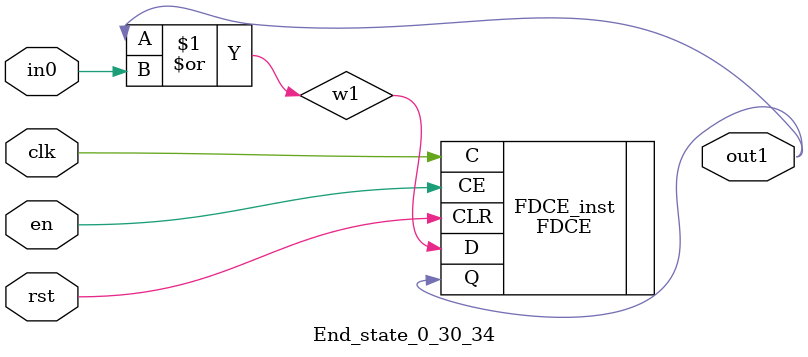
<source format=v>
module engine_0_30(out,clk,sod,en, in_70, in_71, in_72, in_73, in_74, in_75, in_76, in_77, in_78, in_79, in_80, in_81, in_13, in_20, in_33, in_49, in_51, in_57);
//pcre: /id=\d+&count=\d+_\d+&TType=\d+&Enc=\d+&Hst=/P
//block char: d[0], c[0], o[0], u[0], n[0], t[0], _[0], y[0], p[0], e[0], H[0], s[0], \d[5], =[0], \x69[8], E[0], T[0], \x26[8], 

	input clk,sod,en;

	input in_70, in_71, in_72, in_73, in_74, in_75, in_76, in_77, in_78, in_79, in_80, in_81, in_13, in_20, in_33, in_49, in_51, in_57;
	output out;

	assign w0 = 1'b1;
	state_0_30_1 BlockState_0_30_1 (w1,in_33,clk,en,sod,w0);
	state_0_30_2 BlockState_0_30_2 (w2,in_70,clk,en,sod,w1);
	state_0_30_3 BlockState_0_30_3 (w3,in_20,clk,en,sod,w2);
	state_0_30_4 BlockState_0_30_4 (w4,in_13,clk,en,sod,w4,w3);
	state_0_30_5 BlockState_0_30_5 (w5,in_57,clk,en,sod,w4);
	state_0_30_6 BlockState_0_30_6 (w6,in_71,clk,en,sod,w5);
	state_0_30_7 BlockState_0_30_7 (w7,in_72,clk,en,sod,w6);
	state_0_30_8 BlockState_0_30_8 (w8,in_73,clk,en,sod,w7);
	state_0_30_9 BlockState_0_30_9 (w9,in_74,clk,en,sod,w8);
	state_0_30_10 BlockState_0_30_10 (w10,in_75,clk,en,sod,w9);
	state_0_30_11 BlockState_0_30_11 (w11,in_20,clk,en,sod,w10);
	state_0_30_12 BlockState_0_30_12 (w12,in_13,clk,en,sod,w12,w11);
	state_0_30_13 BlockState_0_30_13 (w13,in_76,clk,en,sod,w12);
	state_0_30_14 BlockState_0_30_14 (w14,in_13,clk,en,sod,w14,w13);
	state_0_30_15 BlockState_0_30_15 (w15,in_57,clk,en,sod,w14);
	state_0_30_16 BlockState_0_30_16 (w16,in_51,clk,en,sod,w15);
	state_0_30_17 BlockState_0_30_17 (w17,in_51,clk,en,sod,w16);
	state_0_30_18 BlockState_0_30_18 (w18,in_77,clk,en,sod,w17);
	state_0_30_19 BlockState_0_30_19 (w19,in_78,clk,en,sod,w18);
	state_0_30_20 BlockState_0_30_20 (w20,in_79,clk,en,sod,w19);
	state_0_30_21 BlockState_0_30_21 (w21,in_20,clk,en,sod,w20);
	state_0_30_22 BlockState_0_30_22 (w22,in_13,clk,en,sod,w22,w21);
	state_0_30_23 BlockState_0_30_23 (w23,in_57,clk,en,sod,w22);
	state_0_30_24 BlockState_0_30_24 (w24,in_49,clk,en,sod,w23);
	state_0_30_25 BlockState_0_30_25 (w25,in_74,clk,en,sod,w24);
	state_0_30_26 BlockState_0_30_26 (w26,in_71,clk,en,sod,w25);
	state_0_30_27 BlockState_0_30_27 (w27,in_20,clk,en,sod,w26);
	state_0_30_28 BlockState_0_30_28 (w28,in_13,clk,en,sod,w28,w27);
	state_0_30_29 BlockState_0_30_29 (w29,in_57,clk,en,sod,w28);
	state_0_30_30 BlockState_0_30_30 (w30,in_80,clk,en,sod,w29);
	state_0_30_31 BlockState_0_30_31 (w31,in_81,clk,en,sod,w30);
	state_0_30_32 BlockState_0_30_32 (w32,in_75,clk,en,sod,w31);
	state_0_30_33 BlockState_0_30_33 (w33,in_20,clk,en,sod,w32);
	End_state_0_30_34 BlockState_0_30_34 (out,clk,en,sod,w33);
endmodule

module state_0_30_1(out1,in_char,clk,en,rst,in0);
	input in_char,clk,en,rst,in0;
	output out1;
	wire w1,w2;
	assign w1 = in0; 
	and(w2,in_char,w1);
	FDCE #(.INIT(1'b0)) FDCE_inst (
		.Q(out1),
		.C(clk),
		.CE(en),
		.CLR(rst),
		.D(w2)
);
endmodule

module state_0_30_2(out1,in_char,clk,en,rst,in0);
	input in_char,clk,en,rst,in0;
	output out1;
	wire w1,w2;
	assign w1 = in0; 
	and(w2,in_char,w1);
	FDCE #(.INIT(1'b0)) FDCE_inst (
		.Q(out1),
		.C(clk),
		.CE(en),
		.CLR(rst),
		.D(w2)
);
endmodule

module state_0_30_3(out1,in_char,clk,en,rst,in0);
	input in_char,clk,en,rst,in0;
	output out1;
	wire w1,w2;
	assign w1 = in0; 
	and(w2,in_char,w1);
	FDCE #(.INIT(1'b0)) FDCE_inst (
		.Q(out1),
		.C(clk),
		.CE(en),
		.CLR(rst),
		.D(w2)
);
endmodule

module state_0_30_4(out1,in_char,clk,en,rst,in0,in1);
	input in_char,clk,en,rst,in0,in1;
	output out1;
	wire w1,w2;
	or(w1,in0,in1);
	and(w2,in_char,w1);
	FDCE #(.INIT(1'b0)) FDCE_inst (
		.Q(out1),
		.C(clk),
		.CE(en),
		.CLR(rst),
		.D(w2)
);
endmodule

module state_0_30_5(out1,in_char,clk,en,rst,in0);
	input in_char,clk,en,rst,in0;
	output out1;
	wire w1,w2;
	assign w1 = in0; 
	and(w2,in_char,w1);
	FDCE #(.INIT(1'b0)) FDCE_inst (
		.Q(out1),
		.C(clk),
		.CE(en),
		.CLR(rst),
		.D(w2)
);
endmodule

module state_0_30_6(out1,in_char,clk,en,rst,in0);
	input in_char,clk,en,rst,in0;
	output out1;
	wire w1,w2;
	assign w1 = in0; 
	and(w2,in_char,w1);
	FDCE #(.INIT(1'b0)) FDCE_inst (
		.Q(out1),
		.C(clk),
		.CE(en),
		.CLR(rst),
		.D(w2)
);
endmodule

module state_0_30_7(out1,in_char,clk,en,rst,in0);
	input in_char,clk,en,rst,in0;
	output out1;
	wire w1,w2;
	assign w1 = in0; 
	and(w2,in_char,w1);
	FDCE #(.INIT(1'b0)) FDCE_inst (
		.Q(out1),
		.C(clk),
		.CE(en),
		.CLR(rst),
		.D(w2)
);
endmodule

module state_0_30_8(out1,in_char,clk,en,rst,in0);
	input in_char,clk,en,rst,in0;
	output out1;
	wire w1,w2;
	assign w1 = in0; 
	and(w2,in_char,w1);
	FDCE #(.INIT(1'b0)) FDCE_inst (
		.Q(out1),
		.C(clk),
		.CE(en),
		.CLR(rst),
		.D(w2)
);
endmodule

module state_0_30_9(out1,in_char,clk,en,rst,in0);
	input in_char,clk,en,rst,in0;
	output out1;
	wire w1,w2;
	assign w1 = in0; 
	and(w2,in_char,w1);
	FDCE #(.INIT(1'b0)) FDCE_inst (
		.Q(out1),
		.C(clk),
		.CE(en),
		.CLR(rst),
		.D(w2)
);
endmodule

module state_0_30_10(out1,in_char,clk,en,rst,in0);
	input in_char,clk,en,rst,in0;
	output out1;
	wire w1,w2;
	assign w1 = in0; 
	and(w2,in_char,w1);
	FDCE #(.INIT(1'b0)) FDCE_inst (
		.Q(out1),
		.C(clk),
		.CE(en),
		.CLR(rst),
		.D(w2)
);
endmodule

module state_0_30_11(out1,in_char,clk,en,rst,in0);
	input in_char,clk,en,rst,in0;
	output out1;
	wire w1,w2;
	assign w1 = in0; 
	and(w2,in_char,w1);
	FDCE #(.INIT(1'b0)) FDCE_inst (
		.Q(out1),
		.C(clk),
		.CE(en),
		.CLR(rst),
		.D(w2)
);
endmodule

module state_0_30_12(out1,in_char,clk,en,rst,in0,in1);
	input in_char,clk,en,rst,in0,in1;
	output out1;
	wire w1,w2;
	or(w1,in0,in1);
	and(w2,in_char,w1);
	FDCE #(.INIT(1'b0)) FDCE_inst (
		.Q(out1),
		.C(clk),
		.CE(en),
		.CLR(rst),
		.D(w2)
);
endmodule

module state_0_30_13(out1,in_char,clk,en,rst,in0);
	input in_char,clk,en,rst,in0;
	output out1;
	wire w1,w2;
	assign w1 = in0; 
	and(w2,in_char,w1);
	FDCE #(.INIT(1'b0)) FDCE_inst (
		.Q(out1),
		.C(clk),
		.CE(en),
		.CLR(rst),
		.D(w2)
);
endmodule

module state_0_30_14(out1,in_char,clk,en,rst,in0,in1);
	input in_char,clk,en,rst,in0,in1;
	output out1;
	wire w1,w2;
	or(w1,in0,in1);
	and(w2,in_char,w1);
	FDCE #(.INIT(1'b0)) FDCE_inst (
		.Q(out1),
		.C(clk),
		.CE(en),
		.CLR(rst),
		.D(w2)
);
endmodule

module state_0_30_15(out1,in_char,clk,en,rst,in0);
	input in_char,clk,en,rst,in0;
	output out1;
	wire w1,w2;
	assign w1 = in0; 
	and(w2,in_char,w1);
	FDCE #(.INIT(1'b0)) FDCE_inst (
		.Q(out1),
		.C(clk),
		.CE(en),
		.CLR(rst),
		.D(w2)
);
endmodule

module state_0_30_16(out1,in_char,clk,en,rst,in0);
	input in_char,clk,en,rst,in0;
	output out1;
	wire w1,w2;
	assign w1 = in0; 
	and(w2,in_char,w1);
	FDCE #(.INIT(1'b0)) FDCE_inst (
		.Q(out1),
		.C(clk),
		.CE(en),
		.CLR(rst),
		.D(w2)
);
endmodule

module state_0_30_17(out1,in_char,clk,en,rst,in0);
	input in_char,clk,en,rst,in0;
	output out1;
	wire w1,w2;
	assign w1 = in0; 
	and(w2,in_char,w1);
	FDCE #(.INIT(1'b0)) FDCE_inst (
		.Q(out1),
		.C(clk),
		.CE(en),
		.CLR(rst),
		.D(w2)
);
endmodule

module state_0_30_18(out1,in_char,clk,en,rst,in0);
	input in_char,clk,en,rst,in0;
	output out1;
	wire w1,w2;
	assign w1 = in0; 
	and(w2,in_char,w1);
	FDCE #(.INIT(1'b0)) FDCE_inst (
		.Q(out1),
		.C(clk),
		.CE(en),
		.CLR(rst),
		.D(w2)
);
endmodule

module state_0_30_19(out1,in_char,clk,en,rst,in0);
	input in_char,clk,en,rst,in0;
	output out1;
	wire w1,w2;
	assign w1 = in0; 
	and(w2,in_char,w1);
	FDCE #(.INIT(1'b0)) FDCE_inst (
		.Q(out1),
		.C(clk),
		.CE(en),
		.CLR(rst),
		.D(w2)
);
endmodule

module state_0_30_20(out1,in_char,clk,en,rst,in0);
	input in_char,clk,en,rst,in0;
	output out1;
	wire w1,w2;
	assign w1 = in0; 
	and(w2,in_char,w1);
	FDCE #(.INIT(1'b0)) FDCE_inst (
		.Q(out1),
		.C(clk),
		.CE(en),
		.CLR(rst),
		.D(w2)
);
endmodule

module state_0_30_21(out1,in_char,clk,en,rst,in0);
	input in_char,clk,en,rst,in0;
	output out1;
	wire w1,w2;
	assign w1 = in0; 
	and(w2,in_char,w1);
	FDCE #(.INIT(1'b0)) FDCE_inst (
		.Q(out1),
		.C(clk),
		.CE(en),
		.CLR(rst),
		.D(w2)
);
endmodule

module state_0_30_22(out1,in_char,clk,en,rst,in0,in1);
	input in_char,clk,en,rst,in0,in1;
	output out1;
	wire w1,w2;
	or(w1,in0,in1);
	and(w2,in_char,w1);
	FDCE #(.INIT(1'b0)) FDCE_inst (
		.Q(out1),
		.C(clk),
		.CE(en),
		.CLR(rst),
		.D(w2)
);
endmodule

module state_0_30_23(out1,in_char,clk,en,rst,in0);
	input in_char,clk,en,rst,in0;
	output out1;
	wire w1,w2;
	assign w1 = in0; 
	and(w2,in_char,w1);
	FDCE #(.INIT(1'b0)) FDCE_inst (
		.Q(out1),
		.C(clk),
		.CE(en),
		.CLR(rst),
		.D(w2)
);
endmodule

module state_0_30_24(out1,in_char,clk,en,rst,in0);
	input in_char,clk,en,rst,in0;
	output out1;
	wire w1,w2;
	assign w1 = in0; 
	and(w2,in_char,w1);
	FDCE #(.INIT(1'b0)) FDCE_inst (
		.Q(out1),
		.C(clk),
		.CE(en),
		.CLR(rst),
		.D(w2)
);
endmodule

module state_0_30_25(out1,in_char,clk,en,rst,in0);
	input in_char,clk,en,rst,in0;
	output out1;
	wire w1,w2;
	assign w1 = in0; 
	and(w2,in_char,w1);
	FDCE #(.INIT(1'b0)) FDCE_inst (
		.Q(out1),
		.C(clk),
		.CE(en),
		.CLR(rst),
		.D(w2)
);
endmodule

module state_0_30_26(out1,in_char,clk,en,rst,in0);
	input in_char,clk,en,rst,in0;
	output out1;
	wire w1,w2;
	assign w1 = in0; 
	and(w2,in_char,w1);
	FDCE #(.INIT(1'b0)) FDCE_inst (
		.Q(out1),
		.C(clk),
		.CE(en),
		.CLR(rst),
		.D(w2)
);
endmodule

module state_0_30_27(out1,in_char,clk,en,rst,in0);
	input in_char,clk,en,rst,in0;
	output out1;
	wire w1,w2;
	assign w1 = in0; 
	and(w2,in_char,w1);
	FDCE #(.INIT(1'b0)) FDCE_inst (
		.Q(out1),
		.C(clk),
		.CE(en),
		.CLR(rst),
		.D(w2)
);
endmodule

module state_0_30_28(out1,in_char,clk,en,rst,in0,in1);
	input in_char,clk,en,rst,in0,in1;
	output out1;
	wire w1,w2;
	or(w1,in0,in1);
	and(w2,in_char,w1);
	FDCE #(.INIT(1'b0)) FDCE_inst (
		.Q(out1),
		.C(clk),
		.CE(en),
		.CLR(rst),
		.D(w2)
);
endmodule

module state_0_30_29(out1,in_char,clk,en,rst,in0);
	input in_char,clk,en,rst,in0;
	output out1;
	wire w1,w2;
	assign w1 = in0; 
	and(w2,in_char,w1);
	FDCE #(.INIT(1'b0)) FDCE_inst (
		.Q(out1),
		.C(clk),
		.CE(en),
		.CLR(rst),
		.D(w2)
);
endmodule

module state_0_30_30(out1,in_char,clk,en,rst,in0);
	input in_char,clk,en,rst,in0;
	output out1;
	wire w1,w2;
	assign w1 = in0; 
	and(w2,in_char,w1);
	FDCE #(.INIT(1'b0)) FDCE_inst (
		.Q(out1),
		.C(clk),
		.CE(en),
		.CLR(rst),
		.D(w2)
);
endmodule

module state_0_30_31(out1,in_char,clk,en,rst,in0);
	input in_char,clk,en,rst,in0;
	output out1;
	wire w1,w2;
	assign w1 = in0; 
	and(w2,in_char,w1);
	FDCE #(.INIT(1'b0)) FDCE_inst (
		.Q(out1),
		.C(clk),
		.CE(en),
		.CLR(rst),
		.D(w2)
);
endmodule

module state_0_30_32(out1,in_char,clk,en,rst,in0);
	input in_char,clk,en,rst,in0;
	output out1;
	wire w1,w2;
	assign w1 = in0; 
	and(w2,in_char,w1);
	FDCE #(.INIT(1'b0)) FDCE_inst (
		.Q(out1),
		.C(clk),
		.CE(en),
		.CLR(rst),
		.D(w2)
);
endmodule

module state_0_30_33(out1,in_char,clk,en,rst,in0);
	input in_char,clk,en,rst,in0;
	output out1;
	wire w1,w2;
	assign w1 = in0; 
	and(w2,in_char,w1);
	FDCE #(.INIT(1'b0)) FDCE_inst (
		.Q(out1),
		.C(clk),
		.CE(en),
		.CLR(rst),
		.D(w2)
);
endmodule

module End_state_0_30_34(out1,clk,en,rst,in0);
	input clk,rst,en,in0;
	output out1;
	wire w1;
	or(w1,out1,in0);
	FDCE #(.INIT(1'b0)) FDCE_inst (
		.Q(out1),
		.C(clk),
		.CE(en),
		.CLR(rst),
		.D(w1)
);
endmodule


</source>
